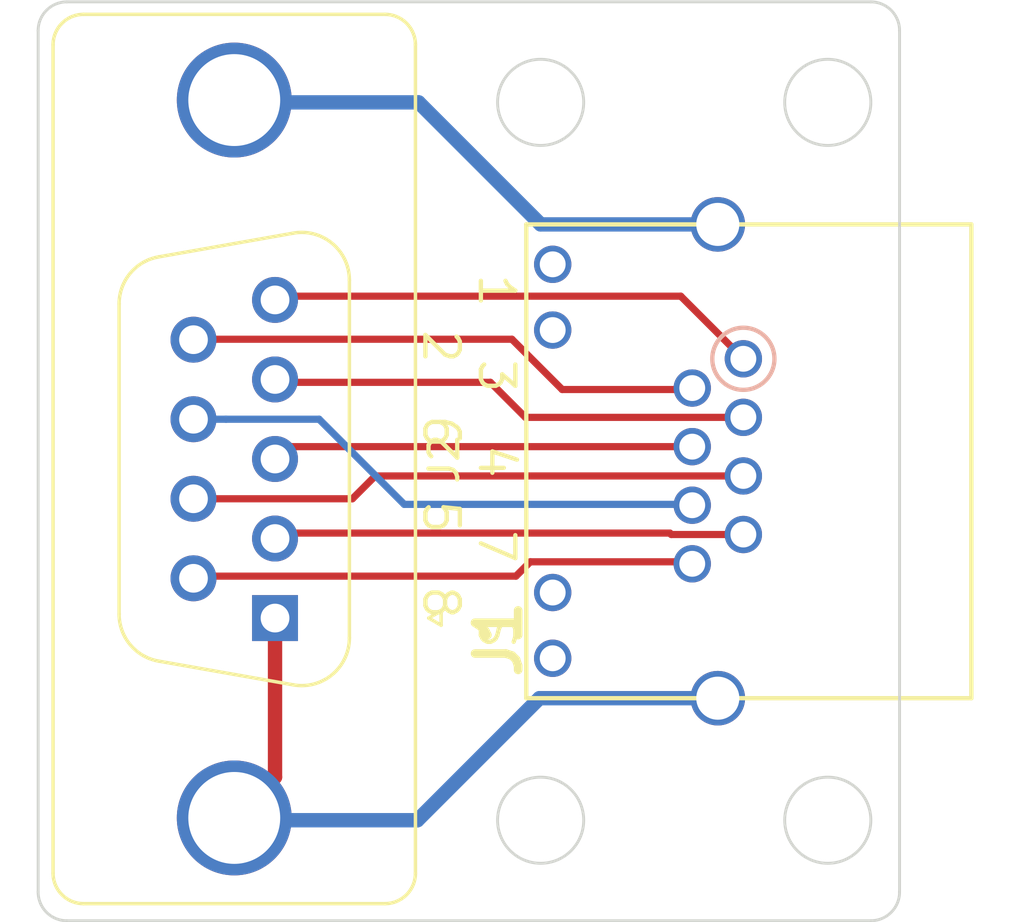
<source format=kicad_pcb>
(kicad_pcb (version 20171130) (host pcbnew "(5.1.4-0-10_14)")

  (general
    (thickness 1.6)
    (drawings 13)
    (tracks 39)
    (zones 0)
    (modules 2)
    (nets 10)
  )

  (page A4)
  (layers
    (0 F.Cu signal)
    (31 B.Cu signal)
    (32 B.Adhes user)
    (33 F.Adhes user)
    (34 B.Paste user)
    (35 F.Paste user)
    (36 B.SilkS user)
    (37 F.SilkS user)
    (38 B.Mask user)
    (39 F.Mask user)
    (40 Dwgs.User user)
    (41 Cmts.User user)
    (42 Eco1.User user)
    (43 Eco2.User user)
    (44 Edge.Cuts user)
    (45 Margin user)
    (46 B.CrtYd user)
    (47 F.CrtYd user)
    (48 B.Fab user)
    (49 F.Fab user)
  )

  (setup
    (last_trace_width 0.25)
    (trace_clearance 0.2)
    (zone_clearance 0.508)
    (zone_45_only no)
    (trace_min 0.2)
    (via_size 0.8)
    (via_drill 0.4)
    (via_min_size 0.4)
    (via_min_drill 0.3)
    (uvia_size 0.3)
    (uvia_drill 0.1)
    (uvias_allowed no)
    (uvia_min_size 0.2)
    (uvia_min_drill 0.1)
    (edge_width 0.1)
    (segment_width 0.2)
    (pcb_text_width 0.3)
    (pcb_text_size 1.5 1.5)
    (mod_edge_width 0.15)
    (mod_text_size 1 1)
    (mod_text_width 0.15)
    (pad_size 1.524 1.524)
    (pad_drill 0.762)
    (pad_to_mask_clearance 0)
    (aux_axis_origin 0 0)
    (visible_elements FFFFFF7F)
    (pcbplotparams
      (layerselection 0x010fc_ffffffff)
      (usegerberextensions false)
      (usegerberattributes false)
      (usegerberadvancedattributes false)
      (creategerberjobfile false)
      (excludeedgelayer true)
      (linewidth 0.100000)
      (plotframeref false)
      (viasonmask false)
      (mode 1)
      (useauxorigin false)
      (hpglpennumber 1)
      (hpglpenspeed 20)
      (hpglpendiameter 15.000000)
      (psnegative false)
      (psa4output false)
      (plotreference true)
      (plotvalue true)
      (plotinvisibletext false)
      (padsonsilk false)
      (subtractmaskfromsilk false)
      (outputformat 1)
      (mirror false)
      (drillshape 1)
      (scaleselection 1)
      (outputdirectory ""))
  )

  (net 0 "")
  (net 1 "Net-(J1-Pad13)")
  (net 2 "Net-(J1-Pad1)")
  (net 3 "Net-(J1-Pad2)")
  (net 4 "Net-(J1-Pad3)")
  (net 5 "Net-(J1-Pad4)")
  (net 6 "Net-(J1-Pad5)")
  (net 7 "Net-(J1-Pad6)")
  (net 8 "Net-(J1-Pad7)")
  (net 9 "Net-(J1-Pad8)")

  (net_class Default "This is the default net class."
    (clearance 0.2)
    (trace_width 0.25)
    (via_dia 0.8)
    (via_drill 0.4)
    (uvia_dia 0.3)
    (uvia_drill 0.1)
    (add_net "Net-(J1-Pad1)")
    (add_net "Net-(J1-Pad10)")
    (add_net "Net-(J1-Pad11)")
    (add_net "Net-(J1-Pad12)")
    (add_net "Net-(J1-Pad13)")
    (add_net "Net-(J1-Pad2)")
    (add_net "Net-(J1-Pad3)")
    (add_net "Net-(J1-Pad4)")
    (add_net "Net-(J1-Pad5)")
    (add_net "Net-(J1-Pad6)")
    (add_net "Net-(J1-Pad7)")
    (add_net "Net-(J1-Pad8)")
    (add_net "Net-(J1-Pad9)")
  )

  (module stmbl:DSUB-9_Female_Vertical_Pitch2.77x2.84mm_MountingHoles (layer F.Cu) (tedit 59F2C3AB) (tstamp 5DC474DB)
    (at 150.75 105.46 270)
    (descr "9-pin D-Sub connector, straight/vertical, THT-mount, female, pitch 2.77x2.84mm, distance of mounting holes 25mm, see https://disti-assets.s3.amazonaws.com/tonar/files/datasheets/16730.pdf")
    (tags "9-pin D-Sub connector straight vertical THT female pitch 2.77x2.84mm mounting holes distance 25mm")
    (path /5E0BF517)
    (fp_text reference J2 (at -5.54 -5.89 90) (layer F.SilkS)
      (effects (font (size 1 1) (thickness 0.15)))
    )
    (fp_text value DB9_Female (at -5.54 8.73 90) (layer F.Fab)
      (effects (font (size 1 1) (thickness 0.15)))
    )
    (fp_arc (start -19.965 -3.83) (end -20.965 -3.83) (angle 90) (layer F.Fab) (width 0.1))
    (fp_arc (start 8.885 -3.83) (end 8.885 -4.83) (angle 90) (layer F.Fab) (width 0.1))
    (fp_arc (start -19.965 6.67) (end -20.965 6.67) (angle -90) (layer F.Fab) (width 0.1))
    (fp_arc (start 8.885 6.67) (end 9.885 6.67) (angle 90) (layer F.Fab) (width 0.1))
    (fp_arc (start -19.965 -3.83) (end -21.025 -3.83) (angle 90) (layer F.SilkS) (width 0.12))
    (fp_arc (start 8.885 -3.83) (end 8.885 -4.89) (angle 90) (layer F.SilkS) (width 0.12))
    (fp_arc (start -19.965 6.67) (end -21.025 6.67) (angle -90) (layer F.SilkS) (width 0.12))
    (fp_arc (start 8.885 6.67) (end 9.945 6.67) (angle 90) (layer F.SilkS) (width 0.12))
    (fp_arc (start -11.783194 -0.93) (end -11.783194 -2.53) (angle -100) (layer F.Fab) (width 0.1))
    (fp_arc (start 0.703194 -0.93) (end 0.703194 -2.53) (angle 100) (layer F.Fab) (width 0.1))
    (fp_arc (start -10.954457 3.77) (end -10.954457 5.37) (angle 80) (layer F.Fab) (width 0.1))
    (fp_arc (start -0.125543 3.77) (end -0.125543 5.37) (angle -80) (layer F.Fab) (width 0.1))
    (fp_arc (start -11.771689 -0.93) (end -11.771689 -2.59) (angle -100) (layer F.SilkS) (width 0.12))
    (fp_arc (start 0.691689 -0.93) (end 0.691689 -2.59) (angle 100) (layer F.SilkS) (width 0.12))
    (fp_arc (start -10.942952 3.77) (end -10.942952 5.43) (angle 80) (layer F.SilkS) (width 0.12))
    (fp_arc (start -0.137048 3.77) (end -0.137048 5.43) (angle -80) (layer F.SilkS) (width 0.12))
    (fp_line (start -19.965 -4.83) (end 8.885 -4.83) (layer F.Fab) (width 0.1))
    (fp_line (start 9.885 -3.83) (end 9.885 6.67) (layer F.Fab) (width 0.1))
    (fp_line (start 8.885 7.67) (end -19.965 7.67) (layer F.Fab) (width 0.1))
    (fp_line (start -20.965 6.67) (end -20.965 -3.83) (layer F.Fab) (width 0.1))
    (fp_line (start -19.965 -4.89) (end 8.885 -4.89) (layer F.SilkS) (width 0.12))
    (fp_line (start 9.945 -3.83) (end 9.945 6.67) (layer F.SilkS) (width 0.12))
    (fp_line (start 8.885 7.73) (end -19.965 7.73) (layer F.SilkS) (width 0.12))
    (fp_line (start -21.025 6.67) (end -21.025 -3.83) (layer F.SilkS) (width 0.12))
    (fp_line (start -0.25 -5.784338) (end 0.25 -5.784338) (layer F.SilkS) (width 0.12))
    (fp_line (start 0.25 -5.784338) (end 0 -5.351325) (layer F.SilkS) (width 0.12))
    (fp_line (start 0 -5.351325) (end -0.25 -5.784338) (layer F.SilkS) (width 0.12))
    (fp_line (start -11.783194 -2.53) (end 0.703194 -2.53) (layer F.Fab) (width 0.1))
    (fp_line (start -10.954457 5.37) (end -0.125543 5.37) (layer F.Fab) (width 0.1))
    (fp_line (start 2.278887 -0.652163) (end 1.45015 4.047837) (layer F.Fab) (width 0.1))
    (fp_line (start -13.358887 -0.652163) (end -12.53015 4.047837) (layer F.Fab) (width 0.1))
    (fp_line (start -11.771689 -2.59) (end 0.691689 -2.59) (layer F.SilkS) (width 0.12))
    (fp_line (start -10.942952 5.43) (end -0.137048 5.43) (layer F.SilkS) (width 0.12))
    (fp_line (start 2.32647 -0.641744) (end 1.497733 4.058256) (layer F.SilkS) (width 0.12))
    (fp_line (start -13.40647 -0.641744) (end -12.577733 4.058256) (layer F.SilkS) (width 0.12))
    (fp_line (start -21.5 -5.35) (end -21.5 8.2) (layer F.CrtYd) (width 0.05))
    (fp_line (start -21.5 8.2) (end 10.4 8.2) (layer F.CrtYd) (width 0.05))
    (fp_line (start 10.4 8.2) (end 10.4 -5.35) (layer F.CrtYd) (width 0.05))
    (fp_line (start 10.4 -5.35) (end -21.5 -5.35) (layer F.CrtYd) (width 0.05))
    (fp_text user %R (at -5.54 1.42 90) (layer F.Fab)
      (effects (font (size 1 1) (thickness 0.15)))
    )
    (pad 1 thru_hole rect (at 0 0 270) (size 1.6 1.6) (drill 1) (layers *.Cu *.Mask)
      (net 1 "Net-(J1-Pad13)"))
    (pad 2 thru_hole circle (at -2.77 0 270) (size 1.6 1.6) (drill 1) (layers *.Cu *.Mask)
      (net 8 "Net-(J1-Pad7)"))
    (pad 3 thru_hole circle (at -5.54 0 270) (size 1.6 1.6) (drill 1) (layers *.Cu *.Mask)
      (net 5 "Net-(J1-Pad4)"))
    (pad 4 thru_hole circle (at -8.31 0 270) (size 1.6 1.6) (drill 1) (layers *.Cu *.Mask)
      (net 4 "Net-(J1-Pad3)"))
    (pad 5 thru_hole circle (at -11.08 0 270) (size 1.6 1.6) (drill 1) (layers *.Cu *.Mask)
      (net 2 "Net-(J1-Pad1)"))
    (pad 6 thru_hole circle (at -1.385 2.84 270) (size 1.6 1.6) (drill 1) (layers *.Cu *.Mask)
      (net 9 "Net-(J1-Pad8)"))
    (pad 7 thru_hole circle (at -4.155 2.84 270) (size 1.6 1.6) (drill 1) (layers *.Cu *.Mask)
      (net 6 "Net-(J1-Pad5)"))
    (pad 8 thru_hole circle (at -6.925 2.84 270) (size 1.6 1.6) (drill 1) (layers *.Cu *.Mask)
      (net 7 "Net-(J1-Pad6)"))
    (pad 9 thru_hole circle (at -9.695 2.84 270) (size 1.6 1.6) (drill 1) (layers *.Cu *.Mask)
      (net 3 "Net-(J1-Pad2)"))
    (pad 0 thru_hole circle (at -18.04 1.42 270) (size 4 4) (drill 3.2) (layers *.Cu *.Mask)
      (net 1 "Net-(J1-Pad13)"))
    (pad 0 thru_hole circle (at 6.96 1.42 270) (size 4 4) (drill 3.2) (layers *.Cu *.Mask)
      (net 1 "Net-(J1-Pad13)"))
    (model ${KISYS3DMOD}/Connectors_DSub.3dshapes/DSUB-9_Female_Vertical_Pitch2.77x2.84mm_MountingHoles.wrl
      (at (xyz 0 0 0))
      (scale (xyz 1 1 1))
      (rotate (xyz 0 0 0))
    )
  )

  (module stmbl:RJ45_LED (layer F.Cu) (tedit 58E701F3) (tstamp 5DC46E0D)
    (at 175 100 270)
    (path /5E0BE821)
    (fp_text reference J1 (at 6.194 16.462 90) (layer F.SilkS)
      (effects (font (size 1.5 1.5) (thickness 0.3)))
    )
    (fp_text value RJ45_LED (at -5 -1 90) (layer F.Fab)
      (effects (font (size 1 1) (thickness 0.15)))
    )
    (fp_line (start 8.25 0) (end -8.25 0) (layer F.SilkS) (width 0.15))
    (fp_line (start -8.25 0) (end -8.25 15.5) (layer F.SilkS) (width 0.15))
    (fp_line (start -8.25 15.5) (end 8.25 15.5) (layer F.SilkS) (width 0.15))
    (fp_line (start 8.25 15.5) (end 8.25 0) (layer F.SilkS) (width 0.15))
    (fp_circle (center -3.57 7.94) (end -3.556 6.858) (layer B.SilkS) (width 0.15))
    (pad "" np_thru_hole circle (at 6.35 5.4 270) (size 3.1 3.1) (drill 3.1) (layers *.Cu *.Mask)
      (clearance 0.5))
    (pad "" np_thru_hole circle (at -6.35 5.4 270) (size 3.1 3.1) (drill 3.1) (layers *.Cu *.Mask)
      (clearance 0.5))
    (pad 13 thru_hole circle (at 8.25 8.83 270) (size 1.9 1.9) (drill 1.5) (layers *.Cu *.Mask)
      (net 1 "Net-(J1-Pad13)"))
    (pad 13 thru_hole circle (at -8.25 8.83 270) (size 1.9 1.9) (drill 1.5) (layers *.Cu *.Mask)
      (net 1 "Net-(J1-Pad13)"))
    (pad 1 thru_hole circle (at -3.57 7.94 270) (size 1.3 1.3) (drill 0.9) (layers *.Cu *.Mask)
      (net 2 "Net-(J1-Pad1)"))
    (pad 2 thru_hole circle (at -2.55 9.72 270) (size 1.3 1.3) (drill 0.9) (layers *.Cu *.Mask)
      (net 3 "Net-(J1-Pad2)"))
    (pad 3 thru_hole circle (at -1.53 7.94 270) (size 1.3 1.3) (drill 0.9) (layers *.Cu *.Mask)
      (net 4 "Net-(J1-Pad3)"))
    (pad 4 thru_hole circle (at -0.51 9.72 270) (size 1.3 1.3) (drill 0.9) (layers *.Cu *.Mask)
      (net 5 "Net-(J1-Pad4)"))
    (pad 5 thru_hole circle (at 0.51 7.94 270) (size 1.3 1.3) (drill 0.9) (layers *.Cu *.Mask)
      (net 6 "Net-(J1-Pad5)"))
    (pad 6 thru_hole circle (at 1.53 9.72 270) (size 1.3 1.3) (drill 0.9) (layers *.Cu *.Mask)
      (net 7 "Net-(J1-Pad6)"))
    (pad 7 thru_hole circle (at 2.55 7.94 270) (size 1.3 1.3) (drill 0.9) (layers *.Cu *.Mask)
      (net 8 "Net-(J1-Pad7)"))
    (pad 8 thru_hole circle (at 3.57 9.72 270) (size 1.3 1.3) (drill 0.9) (layers *.Cu *.Mask)
      (net 9 "Net-(J1-Pad8)"))
    (pad 10 thru_hole circle (at 6.86 14.58 270) (size 1.3 1.3) (drill 0.9) (layers *.Cu *.Mask))
    (pad 9 thru_hole circle (at 4.57 14.58 270) (size 1.3 1.3) (drill 0.9) (layers *.Cu *.Mask))
    (pad 12 thru_hole circle (at -4.57 14.58 270) (size 1.3 1.3) (drill 0.9) (layers *.Cu *.Mask))
    (pad 11 thru_hole circle (at -6.86 14.58 270) (size 1.3 1.3) (drill 0.9) (layers *.Cu *.Mask))
    (model ${KIPRJMOD}/../lib/stmbl.pretty/RIA_AJT10L8813-011.wrl
      (at (xyz 0 0 0))
      (scale (xyz 393.7 393.7 393.7))
      (rotate (xyz -90 0 180))
    )
  )

  (gr_text "1  3  4  7  S\n 2  6  5  8\n" (at 157.5 100 270) (layer F.SilkS)
    (effects (font (size 1.2 1.2) (thickness 0.15)))
  )
  (gr_circle (center 170 87.5) (end 171.5 87.5) (layer Edge.Cuts) (width 0.1) (tstamp 5DC477DC))
  (gr_circle (center 170 112.5) (end 171.5 112.5) (layer Edge.Cuts) (width 0.1) (tstamp 5DC477DB))
  (gr_circle (center 160 87.5) (end 161.5 87.5) (layer Edge.Cuts) (width 0.1) (tstamp 5DC477CD))
  (gr_circle (center 160 112.5) (end 161.5 112.5) (layer Edge.Cuts) (width 0.1))
  (gr_arc (start 143.5 115) (end 142.5 115) (angle -90) (layer Edge.Cuts) (width 0.1) (tstamp 5DC477BA))
  (gr_arc (start 143.5 85) (end 143.5 84) (angle -90) (layer Edge.Cuts) (width 0.1) (tstamp 5DC477B7))
  (gr_arc (start 171.5 85) (end 172.5 85) (angle -90) (layer Edge.Cuts) (width 0.1) (tstamp 5DC477B4))
  (gr_arc (start 171.5 115) (end 171.5 116) (angle -90) (layer Edge.Cuts) (width 0.1))
  (gr_line (start 172.5 85) (end 172.5 115) (layer Edge.Cuts) (width 0.1))
  (gr_line (start 143.5 84) (end 171.5 84) (layer Edge.Cuts) (width 0.1))
  (gr_line (start 143.5 116) (end 171.5 116) (layer Edge.Cuts) (width 0.1))
  (gr_line (start 142.5 85) (end 142.5 115) (layer Edge.Cuts) (width 0.1))

  (segment (start 160 91.75) (end 166.17 91.75) (width 0.5) (layer B.Cu) (net 1))
  (segment (start 155.75 87.5) (end 160 91.75) (width 0.5) (layer B.Cu) (net 1))
  (segment (start 149.42 87.5) (end 155.75 87.5) (width 0.5) (layer B.Cu) (net 1))
  (segment (start 155.71 112.5) (end 159.96 108.25) (width 0.5) (layer B.Cu) (net 1))
  (segment (start 159.96 108.25) (end 166.17 108.25) (width 0.5) (layer B.Cu) (net 1))
  (segment (start 149.42 112.5) (end 155.71 112.5) (width 0.5) (layer B.Cu) (net 1))
  (segment (start 150.75 111) (end 150.75 105.46) (width 0.5) (layer F.Cu) (net 1))
  (segment (start 149.33 112.42) (end 150.75 111) (width 0.5) (layer F.Cu) (net 1))
  (segment (start 164.88 94.25) (end 167.06 96.43) (width 0.25) (layer F.Cu) (net 2))
  (segment (start 150.75 94.38) (end 150.88 94.25) (width 0.25) (layer F.Cu) (net 2))
  (segment (start 150.88 94.25) (end 164.88 94.25) (width 0.25) (layer F.Cu) (net 2))
  (segment (start 165.23 97.5) (end 165.28 97.45) (width 0.25) (layer F.Cu) (net 3))
  (segment (start 147.91 95.765) (end 147.925 95.75) (width 0.25) (layer F.Cu) (net 3))
  (segment (start 160.75 97.5) (end 165.23 97.5) (width 0.25) (layer F.Cu) (net 3))
  (segment (start 147.925 95.75) (end 159 95.75) (width 0.25) (layer F.Cu) (net 3))
  (segment (start 159 95.75) (end 160.75 97.5) (width 0.25) (layer F.Cu) (net 3))
  (segment (start 150.85 97.25) (end 158.25 97.25) (width 0.25) (layer F.Cu) (net 4))
  (segment (start 150.75 97.15) (end 150.85 97.25) (width 0.25) (layer F.Cu) (net 4))
  (segment (start 158.25 97.25) (end 159.47 98.47) (width 0.25) (layer F.Cu) (net 4))
  (segment (start 159.47 98.47) (end 167.06 98.47) (width 0.25) (layer F.Cu) (net 4))
  (segment (start 151.18 99.49) (end 150.75 99.92) (width 0.25) (layer F.Cu) (net 5))
  (segment (start 165.28 99.49) (end 151.18 99.49) (width 0.25) (layer F.Cu) (net 5))
  (segment (start 147.91 101.305) (end 153.445 101.305) (width 0.25) (layer F.Cu) (net 6))
  (segment (start 154.24 100.51) (end 167.06 100.51) (width 0.25) (layer F.Cu) (net 6))
  (segment (start 153.445 101.305) (end 154.24 100.51) (width 0.25) (layer F.Cu) (net 6))
  (segment (start 152.285 98.535) (end 149.04137 98.535) (width 0.25) (layer B.Cu) (net 7))
  (segment (start 155.25 101.5) (end 152.285 98.535) (width 0.25) (layer B.Cu) (net 7))
  (segment (start 165.25 101.5) (end 155.25 101.5) (width 0.25) (layer B.Cu) (net 7))
  (segment (start 149.04137 98.535) (end 147.91 98.535) (width 0.25) (layer B.Cu) (net 7))
  (segment (start 165.28 101.53) (end 165.25 101.5) (width 0.25) (layer B.Cu) (net 7))
  (segment (start 164.55 102.55) (end 167.06 102.55) (width 0.25) (layer F.Cu) (net 8))
  (segment (start 150.75 102.69) (end 150.94 102.5) (width 0.25) (layer F.Cu) (net 8))
  (segment (start 164.5 102.5) (end 164.55 102.55) (width 0.25) (layer F.Cu) (net 8))
  (segment (start 150.94 102.5) (end 164.5 102.5) (width 0.25) (layer F.Cu) (net 8))
  (segment (start 165.21 103.5) (end 165.28 103.57) (width 0.25) (layer F.Cu) (net 9))
  (segment (start 147.91 104.075) (end 147.985 104) (width 0.25) (layer F.Cu) (net 9))
  (segment (start 147.985 104) (end 159.14 104) (width 0.25) (layer F.Cu) (net 9))
  (segment (start 159.14 104) (end 159.64 103.5) (width 0.25) (layer F.Cu) (net 9))
  (segment (start 159.64 103.5) (end 165.21 103.5) (width 0.25) (layer F.Cu) (net 9))

)

</source>
